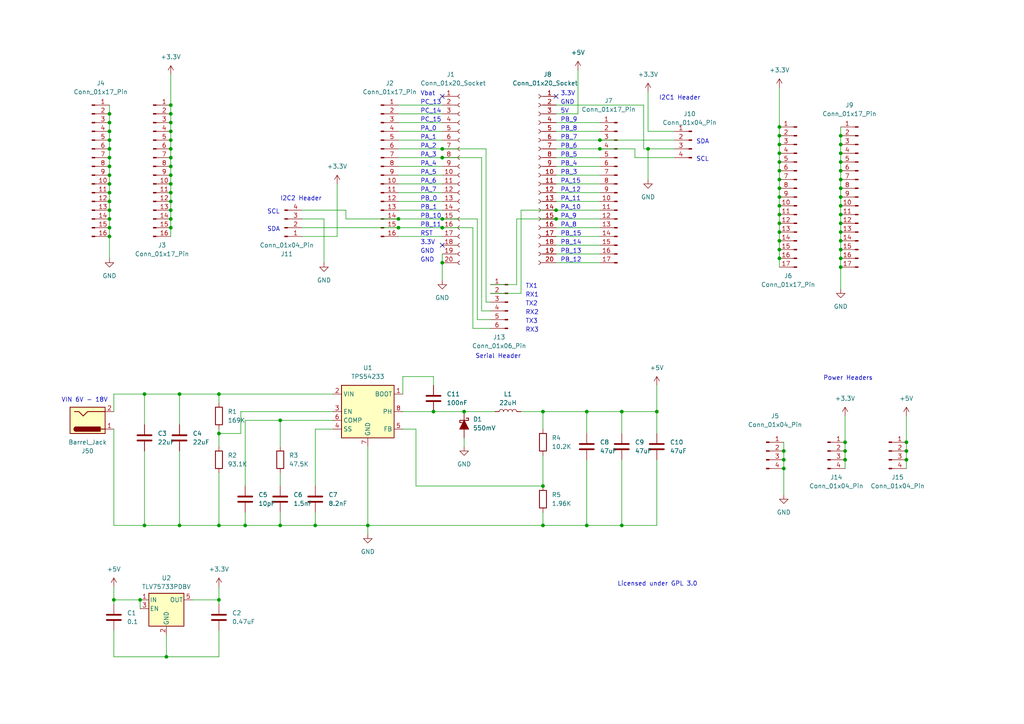
<source format=kicad_sch>
(kicad_sch (version 20230121) (generator eeschema)
  (paper "A4")
  (title_block (title "Bluepill Protoboard") (rev "1.0"))
  (lib_symbols
    (symbol "Connector:Barrel_Jack" (pin_names (offset 1.016))
      (property "Reference" "J" (at 0 5.334 0))
      (property "Value" "Barrel_Jack" (at 0 -5.08 0))
      (symbol "Barrel_Jack_0_1"
        (rectangle (start -5.08 3.81) (end 5.08 -3.81) (stroke (width 0.254)) (fill (type background)))
        (arc (start -3.302 3.175) (mid -3.9343 2.54) (end -3.302 1.905) (stroke (width 0.254)))
        (arc (start -3.302 3.175) (mid -3.9343 2.54) (end -3.302 1.905) (stroke (width 0.254)) (fill (type outline)))
        (polyline (pts (xy 5.08 2.54) (xy 3.81 2.54)) (stroke (width 0.254)))
        (polyline (pts (xy -3.81 -2.54) (xy -2.54 -2.54) (xy -1.27 -1.27) (xy 0 -2.54) (xy 2.54 -2.54) (xy 5.08 -2.54)) (stroke (width 0.254)))
        (rectangle (start 3.683 3.175) (end -3.302 1.905) (stroke (width 0.254)) (fill (type outline)))
      )
      (symbol "Barrel_Jack_1_1"
        (pin passive line (at 7.62 2.54 180) (length 2.54) (name "~") (number "1"))
        (pin passive line (at 7.62 -2.54 180) (length 2.54) (name "~") (number "2"))
      )
    )
    (symbol "Connector:Conn_01x04_Pin" (pin_names (offset 1.016) hide)
      (property "Reference" "J" (at 0 5.08 0))
      (property "Value" "Conn_01x04_Pin" (at 0 -7.62 0))
      (symbol "Conn_01x04_Pin_1_1"
        (polyline (pts (xy 1.27 -5.08) (xy 0.8636 -5.08)) (stroke (width 0.1524)))
        (polyline (pts (xy 1.27 -2.54) (xy 0.8636 -2.54)) (stroke (width 0.1524)))
        (polyline (pts (xy 1.27 0) (xy 0.8636 0)) (stroke (width 0.1524)))
        (polyline (pts (xy 1.27 2.54) (xy 0.8636 2.54)) (stroke (width 0.1524)))
        (rectangle (start 0.8636 -4.953) (end 0 -5.207) (stroke (width 0.1524)) (fill (type outline)))
        (rectangle (start 0.8636 -2.413) (end 0 -2.667) (stroke (width 0.1524)) (fill (type outline)))
        (rectangle (start 0.8636 0.127) (end 0 -0.127) (stroke (width 0.1524)) (fill (type outline)))
        (rectangle (start 0.8636 2.667) (end 0 2.413) (stroke (width 0.1524)) (fill (type outline)))
        (pin passive line (at 5.08 2.54 180) (length 3.81) (name "Pin_1") (number "1"))
        (pin passive line (at 5.08 0 180) (length 3.81) (name "Pin_2") (number "2"))
        (pin passive line (at 5.08 -2.54 180) (length 3.81) (name "Pin_3") (number "3"))
        (pin passive line (at 5.08 -5.08 180) (length 3.81) (name "Pin_4") (number "4"))
      )
    )
    (symbol "Connector:Conn_01x06_Pin" (pin_names (offset 1.016) hide)
      (property "Reference" "J" (at 0 7.62 0))
      (property "Value" "Conn_01x06_Pin" (at 0 -10.16 0))
      (symbol "Conn_01x06_Pin_1_1"
        (polyline (pts (xy 1.27 -7.62) (xy 0.8636 -7.62)) (stroke (width 0.1524)))
        (polyline (pts (xy 1.27 -5.08) (xy 0.8636 -5.08)) (stroke (width 0.1524)))
        (polyline (pts (xy 1.27 -2.54) (xy 0.8636 -2.54)) (stroke (width 0.1524)))
        (polyline (pts (xy 1.27 0) (xy 0.8636 0)) (stroke (width 0.1524)))
        (polyline (pts (xy 1.27 2.54) (xy 0.8636 2.54)) (stroke (width 0.1524)))
        (polyline (pts (xy 1.27 5.08) (xy 0.8636 5.08)) (stroke (width 0.1524)))
        (rectangle (start 0.8636 -7.493) (end 0 -7.747) (stroke (width 0.1524)) (fill (type outline)))
        (rectangle (start 0.8636 -4.953) (end 0 -5.207) (stroke (width 0.1524)) (fill (type outline)))
        (rectangle (start 0.8636 -2.413) (end 0 -2.667) (stroke (width 0.1524)) (fill (type outline)))
        (rectangle (start 0.8636 0.127) (end 0 -0.127) (stroke (width 0.1524)) (fill (type outline)))
        (rectangle (start 0.8636 2.667) (end 0 2.413) (stroke (width 0.1524)) (fill (type outline)))
        (rectangle (start 0.8636 5.207) (end 0 4.953) (stroke (width 0.1524)) (fill (type outline)))
        (pin passive line (at 5.08 5.08 180) (length 3.81) (name "Pin_1") (number "1"))
        (pin passive line (at 5.08 2.54 180) (length 3.81) (name "Pin_2") (number "2"))
        (pin passive line (at 5.08 0 180) (length 3.81) (name "Pin_3") (number "3"))
        (pin passive line (at 5.08 -2.54 180) (length 3.81) (name "Pin_4") (number "4"))
        (pin passive line (at 5.08 -5.08 180) (length 3.81) (name "Pin_5") (number "5"))
        (pin passive line (at 5.08 -7.62 180) (length 3.81) (name "Pin_6") (number "6"))
      )
    )
    (symbol "Connector:Conn_01x16_Pin" (pin_names (offset 1.016) hide)
      (property "Reference" "J" (at 0 20.32 0))
      (property "Value" "Conn_01x16_Pin" (at 0 -22.86 0))
      (symbol "Conn_01x16_Pin_1_1"
        (polyline (pts (xy 1.27 -20.32) (xy 0.8636 -20.32)) (stroke (width 0.1524)))
        (polyline (pts (xy 1.27 -17.78) (xy 0.8636 -17.78)) (stroke (width 0.1524)))
        (polyline (pts (xy 1.27 -15.24) (xy 0.8636 -15.24)) (stroke (width 0.1524)))
        (polyline (pts (xy 1.27 -12.7) (xy 0.8636 -12.7)) (stroke (width 0.1524)))
        (polyline (pts (xy 1.27 -10.16) (xy 0.8636 -10.16)) (stroke (width 0.1524)))
        (polyline (pts (xy 1.27 -7.62) (xy 0.8636 -7.62)) (stroke (width 0.1524)))
        (polyline (pts (xy 1.27 -5.08) (xy 0.8636 -5.08)) (stroke (width 0.1524)))
        (polyline (pts (xy 1.27 -2.54) (xy 0.8636 -2.54)) (stroke (width 0.1524)))
        (polyline (pts (xy 1.27 0) (xy 0.8636 0)) (stroke (width 0.1524)))
        (polyline (pts (xy 1.27 2.54) (xy 0.8636 2.54)) (stroke (width 0.1524)))
        (polyline (pts (xy 1.27 5.08) (xy 0.8636 5.08)) (stroke (width 0.1524)))
        (polyline (pts (xy 1.27 7.62) (xy 0.8636 7.62)) (stroke (width 0.1524)))
        (polyline (pts (xy 1.27 10.16) (xy 0.8636 10.16)) (stroke (width 0.1524)))
        (polyline (pts (xy 1.27 12.7) (xy 0.8636 12.7)) (stroke (width 0.1524)))
        (polyline (pts (xy 1.27 15.24) (xy 0.8636 15.24)) (stroke (width 0.1524)))
        (polyline (pts (xy 1.27 17.78) (xy 0.8636 17.78)) (stroke (width 0.1524)))
        (rectangle (start 0.8636 -20.193) (end 0 -20.447) (stroke (width 0.1524)) (fill (type outline)))
        (rectangle (start 0.8636 -17.653) (end 0 -17.907) (stroke (width 0.1524)) (fill (type outline)))
        (rectangle (start 0.8636 -15.113) (end 0 -15.367) (stroke (width 0.1524)) (fill (type outline)))
        (rectangle (start 0.8636 -12.573) (end 0 -12.827) (stroke (width 0.1524)) (fill (type outline)))
        (rectangle (start 0.8636 -10.033) (end 0 -10.287) (stroke (width 0.1524)) (fill (type outline)))
        (rectangle (start 0.8636 -7.493) (end 0 -7.747) (stroke (width 0.1524)) (fill (type outline)))
        (rectangle (start 0.8636 -4.953) (end 0 -5.207) (stroke (width 0.1524)) (fill (type outline)))
        (rectangle (start 0.8636 -2.413) (end 0 -2.667) (stroke (width 0.1524)) (fill (type outline)))
        (rectangle (start 0.8636 0.127) (end 0 -0.127) (stroke (width 0.1524)) (fill (type outline)))
        (rectangle (start 0.8636 2.667) (end 0 2.413) (stroke (width 0.1524)) (fill (type outline)))
        (rectangle (start 0.8636 5.207) (end 0 4.953) (stroke (width 0.1524)) (fill (type outline)))
        (rectangle (start 0.8636 7.747) (end 0 7.493) (stroke (width 0.1524)) (fill (type outline)))
        (rectangle (start 0.8636 10.287) (end 0 10.033) (stroke (width 0.1524)) (fill (type outline)))
        (rectangle (start 0.8636 12.827) (end 0 12.573) (stroke (width 0.1524)) (fill (type outline)))
        (rectangle (start 0.8636 15.367) (end 0 15.113) (stroke (width 0.1524)) (fill (type outline)))
        (rectangle (start 0.8636 17.907) (end 0 17.653) (stroke (width 0.1524)) (fill (type outline)))
        (pin passive line (at 5.08 17.78 180) (length 3.81) (name "Pin_1") (number "1"))
        (pin passive line (at 5.08 -5.08 180) (length 3.81) (name "Pin_10") (number "10"))
        (pin passive line (at 5.08 -7.62 180) (length 3.81) (name "Pin_11") (number "11"))
        (pin passive line (at 5.08 -10.16 180) (length 3.81) (name "Pin_12") (number "12"))
        (pin passive line (at 5.08 -12.7 180) (length 3.81) (name "Pin_13") (number "13"))
        (pin passive line (at 5.08 -15.24 180) (length 3.81) (name "Pin_14") (number "14"))
        (pin passive line (at 5.08 -17.78 180) (length 3.81) (name "Pin_15") (number "15"))
        (pin passive line (at 5.08 -20.32 180) (length 3.81) (name "Pin_16") (number "16"))
        (pin passive line (at 5.08 15.24 180) (length 3.81) (name "Pin_2") (number "2"))
        (pin passive line (at 5.08 12.7 180) (length 3.81) (name "Pin_3") (number "3"))
        (pin passive line (at 5.08 10.16 180) (length 3.81) (name "Pin_4") (number "4"))
        (pin passive line (at 5.08 7.62 180) (length 3.81) (name "Pin_5") (number "5"))
        (pin passive line (at 5.08 5.08 180) (length 3.81) (name "Pin_6") (number "6"))
        (pin passive line (at 5.08 2.54 180) (length 3.81) (name "Pin_7") (number "7"))
        (pin passive line (at 5.08 0 180) (length 3.81) (name "Pin_8") (number "8"))
        (pin passive line (at 5.08 -2.54 180) (length 3.81) (name "Pin_9") (number "9"))
      )
    )
    (symbol "Connector:Conn_01x17_Pin" (pin_names (offset 1.016) hide)
      (property "Reference" "J" (at 0 22.86 0))
      (property "Value" "Conn_01x17_Pin" (at 0 -22.86 0))
      (symbol "Conn_01x17_Pin_1_1"
        (polyline (pts (xy 1.27 -20.32) (xy 0.8636 -20.32)) (stroke (width 0.1524)))
        (polyline (pts (xy 1.27 -17.78) (xy 0.8636 -17.78)) (stroke (width 0.1524)))
        (polyline (pts (xy 1.27 -15.24) (xy 0.8636 -15.24)) (stroke (width 0.1524)))
        (polyline (pts (xy 1.27 -12.7) (xy 0.8636 -12.7)) (stroke (width 0.1524)))
        (polyline (pts (xy 1.27 -10.16) (xy 0.8636 -10.16)) (stroke (width 0.1524)))
        (polyline (pts (xy 1.27 -7.62) (xy 0.8636 -7.62)) (stroke (width 0.1524)))
        (polyline (pts (xy 1.27 -5.08) (xy 0.8636 -5.08)) (stroke (width 0.1524)))
        (polyline (pts (xy 1.27 -2.54) (xy 0.8636 -2.54)) (stroke (width 0.1524)))
        (polyline (pts (xy 1.27 0) (xy 0.8636 0)) (stroke (width 0.1524)))
        (polyline (pts (xy 1.27 2.54) (xy 0.8636 2.54)) (stroke (width 0.1524)))
        (polyline (pts (xy 1.27 5.08) (xy 0.8636 5.08)) (stroke (width 0.1524)))
        (polyline (pts (xy 1.27 7.62) (xy 0.8636 7.62)) (stroke (width 0.1524)))
        (polyline (pts (xy 1.27 10.16) (xy 0.8636 10.16)) (stroke (width 0.1524)))
        (polyline (pts (xy 1.27 12.7) (xy 0.8636 12.7)) (stroke (width 0.1524)))
        (polyline (pts (xy 1.27 15.24) (xy 0.8636 15.24)) (stroke (width 0.1524)))
        (polyline (pts (xy 1.27 17.78) (xy 0.8636 17.78)) (stroke (width 0.1524)))
        (polyline (pts (xy 1.27 20.32) (xy 0.8636 20.32)) (stroke (width 0.1524)))
        (rectangle (start 0.8636 -20.193) (end 0 -20.447) (stroke (width 0.1524)) (fill (type outline)))
        (rectangle (start 0.8636 -17.653) (end 0 -17.907) (stroke (width 0.1524)) (fill (type outline)))
        (rectangle (start 0.8636 -15.113) (end 0 -15.367) (stroke (width 0.1524)) (fill (type outline)))
        (rectangle (start 0.8636 -12.573) (end 0 -12.827) (stroke (width 0.1524)) (fill (type outline)))
        (rectangle (start 0.8636 -10.033) (end 0 -10.287) (stroke (width 0.1524)) (fill (type outline)))
        (rectangle (start 0.8636 -7.493) (end 0 -7.747) (stroke (width 0.1524)) (fill (type outline)))
        (rectangle (start 0.8636 -4.953) (end 0 -5.207) (stroke (width 0.1524)) (fill (type outline)))
        (rectangle (start 0.8636 -2.413) (end 0 -2.667) (stroke (width 0.1524)) (fill (type outline)))
        (rectangle (start 0.8636 0.127) (end 0 -0.127) (stroke (width 0.1524)) (fill (type outline)))
        (rectangle (start 0.8636 2.667) (end 0 2.413) (stroke (width 0.1524)) (fill (type outline)))
        (rectangle (start 0.8636 5.207) (end 0 4.953) (stroke (width 0.1524)) (fill (type outline)))
        (rectangle (start 0.8636 7.747) (end 0 7.493) (stroke (width 0.1524)) (fill (type outline)))
        (rectangle (start 0.8636 10.287) (end 0 10.033) (stroke (width 0.1524)) (fill (type outline)))
        (rectangle (start 0.8636 12.827) (end 0 12.573) (stroke (width 0.1524)) (fill (type outline)))
        (rectangle (start 0.8636 15.367) (end 0 15.113) (stroke (width 0.1524)) (fill (type outline)))
        (rectangle (start 0.8636 17.907) (end 0 17.653) (stroke (width 0.1524)) (fill (type outline)))
        (rectangle (start 0.8636 20.447) (end 0 20.193) (stroke (width 0.1524)) (fill (type outline)))
        (pin passive line (at 5.08 20.32 180) (length 3.81) (name "Pin_1") (number "1"))
        (pin passive line (at 5.08 -2.54 180) (length 3.81) (name "Pin_10") (number "10"))
        (pin passive line (at 5.08 -5.08 180) (length 3.81) (name "Pin_11") (number "11"))
        (pin passive line (at 5.08 -7.62 180) (length 3.81) (name "Pin_12") (number "12"))
        (pin passive line (at 5.08 -10.16 180) (length 3.81) (name "Pin_13") (number "13"))
        (pin passive line (at 5.08 -12.7 180) (length 3.81) (name "Pin_14") (number "14"))
        (pin passive line (at 5.08 -15.24 180) (length 3.81) (name "Pin_15") (number "15"))
        (pin passive line (at 5.08 -17.78 180) (length 3.81) (name "Pin_16") (number "16"))
        (pin passive line (at 5.08 -20.32 180) (length 3.81) (name "Pin_17") (number "17"))
        (pin passive line (at 5.08 17.78 180) (length 3.81) (name "Pin_2") (number "2"))
        (pin passive line (at 5.08 15.24 180) (length 3.81) (name "Pin_3") (number "3"))
        (pin passive line (at 5.08 12.7 180) (length 3.81) (name "Pin_4") (number "4"))
        (pin passive line (at 5.08 10.16 180) (length 3.81) (name "Pin_5") (number "5"))
        (pin passive line (at 5.08 7.62 180) (length 3.81) (name "Pin_6") (number "6"))
        (pin passive line (at 5.08 5.08 180) (length 3.81) (name "Pin_7") (number "7"))
        (pin passive line (at 5.08 2.54 180) (length 3.81) (name "Pin_8") (number "8"))
        (pin passive line (at 5.08 0 180) (length 3.81) (name "Pin_9") (number "9"))
      )
    )
    (symbol "Connector:Conn_01x20_Socket" (pin_names (offset 1.016) hide)
      (property "Reference" "J" (at 0 25.4 0))
      (property "Value" "Conn_01x20_Socket" (at 0 -27.94 0))
      (symbol "Conn_01x20_Socket_1_1"
        (arc (start 0 -24.892) (mid -0.5058 -25.4) (end 0 -25.908) (stroke (width 0.1524)))
        (arc (start 0 -22.352) (mid -0.5058 -22.86) (end 0 -23.368) (stroke (width 0.1524)))
        (arc (start 0 -19.812) (mid -0.5058 -20.32) (end 0 -20.828) (stroke (width 0.1524)))
        (arc (start 0 -17.272) (mid -0.5058 -17.78) (end 0 -18.288) (stroke (width 0.1524)))
        (arc (start 0 -14.732) (mid -0.5058 -15.24) (end 0 -15.748) (stroke (width 0.1524)))
        (arc (start 0 -12.192) (mid -0.5058 -12.7) (end 0 -13.208) (stroke (width 0.1524)))
        (arc (start 0 -9.652) (mid -0.5058 -10.16) (end 0 -10.668) (stroke (width 0.1524)))
        (arc (start 0 -7.112) (mid -0.5058 -7.62) (end 0 -8.128) (stroke (width 0.1524)))
        (arc (start 0 -4.572) (mid -0.5058 -5.08) (end 0 -5.588) (stroke (width 0.1524)))
        (arc (start 0 -2.032) (mid -0.5058 -2.54) (end 0 -3.048) (stroke (width 0.1524)))
        (polyline (pts (xy -1.27 -25.4) (xy -0.508 -25.4)) (stroke (width 0.1524)))
        (polyline (pts (xy -1.27 -22.86) (xy -0.508 -22.86)) (stroke (width 0.1524)))
        (polyline (pts (xy -1.27 -20.32) (xy -0.508 -20.32)) (stroke (width 0.1524)))
        (polyline (pts (xy -1.27 -17.78) (xy -0.508 -17.78)) (stroke (width 0.1524)))
        (polyline (pts (xy -1.27 -15.24) (xy -0.508 -15.24)) (stroke (width 0.1524)))
        (polyline (pts (xy -1.27 -12.7) (xy -0.508 -12.7)) (stroke (width 0.1524)))
        (polyline (pts (xy -1.27 -10.16) (xy -0.508 -10.16)) (stroke (width 0.1524)))
        (polyline (pts (xy -1.27 -7.62) (xy -0.508 -7.62)) (stroke (width 0.1524)))
        (polyline (pts (xy -1.27 -5.08) (xy -0.508 -5.08)) (stroke (width 0.1524)))
        (polyline (pts (xy -1.27 -2.54) (xy -0.508 -2.54)) (stroke (width 0.1524)))
        (polyline (pts (xy -1.27 0) (xy -0.508 0)) (stroke (width 0.1524)))
        (polyline (pts (xy -1.27 2.54) (xy -0.508 2.54)) (stroke (width 0.1524)))
        (polyline (pts (xy -1.27 5.08) (xy -0.508 5.08)) (stroke (width 0.1524)))
        (polyline (pts (xy -1.27 7.62) (xy -0.508 7.62)) (stroke (width 0.1524)))
        (polyline (pts (xy -1.27 10.16) (xy -0.508 10.16)) (stroke (width 0.1524)))
        (polyline (pts (xy -1.27 12.7) (xy -0.508 12.7)) (stroke (width 0.1524)))
        (polyline (pts (xy -1.27 15.24) (xy -0.508 15.24)) (stroke (width 0.1524)))
        (polyline (pts (xy -1.27 17.78) (xy -0.508 17.78)) (stroke (width 0.1524)))
        (polyline (pts (xy -1.27 20.32) (xy -0.508 20.32)) (stroke (width 0.1524)))
        (polyline (pts (xy -1.27 22.86) (xy -0.508 22.86)) (stroke (width 0.1524)))
        (arc (start 0 0.508) (mid -0.5058 0) (end 0 -0.508) (stroke (width 0.1524)))
        (arc (start 0 3.048) (mid -0.5058 2.54) (end 0 2.032) (stroke (width 0.1524)))
        (arc (start 0 5.588) (mid -0.5058 5.08) (end 0 4.572) (stroke (width 0.1524)))
        (arc (start 0 8.128) (mid -0.5058 7.62) (end 0 7.112) (stroke (width 0.1524)))
        (arc (start 0 10.668) (mid -0.5058 10.16) (end 0 9.652) (stroke (width 0.1524)))
        (arc (start 0 13.208) (mid -0.5058 12.7) (end 0 12.192) (stroke (width 0.1524)))
        (arc (start 0 15.748) (mid -0.5058 15.24) (end 0 14.732) (stroke (width 0.1524)))
        (arc (start 0 18.288) (mid -0.5058 17.78) (end 0 17.272) (stroke (width 0.1524)))
        (arc (start 0 20.828) (mid -0.5058 20.32) (end 0 19.812) (stroke (width 0.1524)))
        (arc (start 0 23.368) (mid -0.5058 22.86) (end 0 22.352) (stroke (width 0.1524)))
        (pin passive line (at -5.08 22.86 0) (length 3.81) (name "Pin_1") (number "1"))
        (pin passive line (at -5.08 0 0) (length 3.81) (name "Pin_10") (number "10"))
        (pin passive line (at -5.08 -2.54 0) (length 3.81) (name "Pin_11") (number "11"))
        (pin passive line (at -5.08 -5.08 0) (length 3.81) (name "Pin_12") (number "12"))
        (pin passive line (at -5.08 -7.62 0) (length 3.81) (name "Pin_13") (number "13"))
        (pin passive line (at -5.08 -10.16 0) (length 3.81) (name "Pin_14") (number "14"))
        (pin passive line (at -5.08 -12.7 0) (length 3.81) (name "Pin_15") (number "15"))
        (pin passive line (at -5.08 -15.24 0) (length 3.81) (name "Pin_16") (number "16"))
        (pin passive line (at -5.08 -17.78 0) (length 3.81) (name "Pin_17") (number "17"))
        (pin passive line (at -5.08 -20.32 0) (length 3.81) (name "Pin_18") (number "18"))
        (pin passive line (at -5.08 -22.86 0) (length 3.81) (name "Pin_19") (number "19"))
        (pin passive line (at -5.08 20.32 0) (length 3.81) (name "Pin_2") (number "2"))
        (pin passive line (at -5.08 -25.4 0) (length 3.81) (name "Pin_20") (number "20"))
        (pin passive line (at -5.08 17.78 0) (length 3.81) (name "Pin_3") (number "3"))
        (pin passive line (at -5.08 15.24 0) (length 3.81) (name "Pin_4") (number "4"))
        (pin passive line (at -5.08 12.7 0) (length 3.81) (name "Pin_5") (number "5"))
        (pin passive line (at -5.08 10.16 0) (length 3.81) (name "Pin_6") (number "6"))
        (pin passive line (at -5.08 7.62 0) (length 3.81) (name "Pin_7") (number "7"))
        (pin passive line (at -5.08 5.08 0) (length 3.81) (name "Pin_8") (number "8"))
        (pin passive line (at -5.08 2.54 0) (length 3.81) (name "Pin_9") (number "9"))
      )
    )
    (symbol "Device:C" (pin_numbers hide) (pin_names (offset 0.254))
      (property "Reference" "C" (at 0.635 2.54 0))
      (property "Value" "C" (at 0.635 -2.54 0))
      (symbol "C_0_1"
        (polyline (pts (xy -2.032 -0.762) (xy 2.032 -0.762)) (stroke (width 0.508)))
        (polyline (pts (xy -2.032 0.762) (xy 2.032 0.762)) (stroke (width 0.508)))
      )
      (symbol "C_1_1"
        (pin passive line (at 0 3.81 270) (length 2.794) (name "~") (number "1"))
        (pin passive line (at 0 -3.81 90) (length 2.794) (name "~") (number "2"))
      )
    )
    (symbol "Device:D_Schottky_Filled" (pin_numbers hide) (pin_names (offset 1.016) hide)
      (property "Reference" "D" (at 0 2.54 0))
      (property "Value" "D_Schottky_Filled" (at 0 -2.54 0))
      (symbol "D_Schottky_Filled_0_1"
        (polyline (pts (xy 1.27 0) (xy -1.27 0)))
        (polyline (pts (xy 1.27 1.27) (xy 1.27 -1.27) (xy -1.27 0) (xy 1.27 1.27)) (stroke (width 0.254)) (fill (type outline)))
        (polyline (pts (xy -1.905 0.635) (xy -1.905 1.27) (xy -1.27 1.27) (xy -1.27 -1.27) (xy -0.635 -1.27) (xy -0.635 -0.635)) (stroke (width 0.254)))
      )
      (symbol "D_Schottky_Filled_1_1"
        (pin passive line (at -3.81 0 0) (length 2.54) (name "K") (number "1"))
        (pin passive line (at 3.81 0 180) (length 2.54) (name "A") (number "2"))
      )
    )
    (symbol "Device:L" (pin_numbers hide) (pin_names (offset 1.016) hide)
      (property "Reference" "L" (at -1.27 0 90))
      (property "Value" "L" (at 1.905 0 90))
      (symbol "L_0_1"
        (arc (start 0 -2.54) (mid 0.6323 -1.905) (end 0 -1.27))
        (arc (start 0 -1.27) (mid 0.6323 -0.635) (end 0 0))
        (arc (start 0 0) (mid 0.6323 0.635) (end 0 1.27))
        (arc (start 0 1.27) (mid 0.6323 1.905) (end 0 2.54))
      )
      (symbol "L_1_1"
        (pin passive line (at 0 3.81 270) (length 1.27) (name "1") (number "1"))
        (pin passive line (at 0 -3.81 90) (length 1.27) (name "2") (number "2"))
      )
    )
    (symbol "Device:R" (pin_numbers hide) (pin_names (offset 0))
      (property "Reference" "R" (at 2.032 0 90))
      (property "Value" "R" (at 0 0 90))
      (symbol "R_0_1"
        (rectangle (start -1.016 -2.54) (end 1.016 2.54) (stroke (width 0.254)))
      )
      (symbol "R_1_1"
        (pin passive line (at 0 3.81 270) (length 1.27) (name "~") (number "1"))
        (pin passive line (at 0 -3.81 90) (length 1.27) (name "~") (number "2"))
      )
    )
    (symbol "Regulator_Linear:TLV75733PDBV" (pin_names (offset 0.254))
      (property "Reference" "U" (at -3.81 5.715 0))
      (property "Value" "TLV75733PDBV" (at 0 5.715 0))
      (symbol "TLV75733PDBV_0_1"
        (rectangle (start -5.08 4.445) (end 5.08 -5.08) (stroke (width 0.254)) (fill (type background)))
      )
      (symbol "TLV75733PDBV_1_1"
        (pin power_in line (at -7.62 2.54 0) (length 2.54) (name "IN") (number "1"))
        (pin power_in line (at 0 -7.62 90) (length 2.54) (name "GND") (number "2"))
        (pin input line (at -7.62 0 0) (length 2.54) (name "EN") (number "3"))
        (pin no_connect line (at 5.08 0 180) (length 2.54) hide (name "NC") (number "4"))
        (pin power_out line (at 7.62 2.54 180) (length 2.54) (name "OUT") (number "5"))
      )
    )
    (symbol "Regulator_Switching:TPS54233"
      (property "Reference" "U" (at 0 11.43 0))
      (property "Value" "TPS54233" (at 0 8.89 0))
      (symbol "TPS54233_1_1"
        (rectangle (start -7.62 7.62) (end 7.62 -7.62) (stroke (width 0.254)) (fill (type background)))
        (pin input line (at 10.16 5.08 180) (length 2.54) (name "BOOT") (number "1"))
        (pin power_in line (at -10.16 5.08 0) (length 2.54) (name "VIN") (number "2"))
        (pin input line (at -10.16 0 0) (length 2.54) (name "EN") (number "3"))
        (pin input line (at -10.16 -5.08 0) (length 2.54) (name "SS") (number "4"))
        (pin input line (at 10.16 -5.08 180) (length 2.54) (name "FB") (number "5"))
        (pin passive line (at -10.16 -2.54 0) (length 2.54) (name "COMP") (number "6"))
        (pin power_in line (at 0 -10.16 90) (length 2.54) (name "GND") (number "7"))
        (pin output line (at 10.16 0 180) (length 2.54) (name "PH") (number "8"))
      )
    )
    (symbol "power:+3.3V" (power) (pin_names (offset 0))
      (property "Value" "+3.3V" (at 0 3.556 0))
      (symbol "+3.3V_0_1"
        (polyline (pts (xy -0.762 1.27) (xy 0 2.54)))
        (polyline (pts (xy 0 0) (xy 0 2.54)))
        (polyline (pts (xy 0 2.54) (xy 0.762 1.27)))
      )
      (symbol "+3.3V_1_1"
        (pin power_in line (at 0 0 90) (length 0) hide (name "+3.3V") (number "1"))
      )
    )
    (symbol "power:+5V" (power) (pin_names (offset 0))
      (property "Value" "+5V" (at 0 3.556 0))
      (symbol "+5V_0_1"
        (polyline (pts (xy -0.762 1.27) (xy 0 2.54)))
        (polyline (pts (xy 0 0) (xy 0 2.54)))
        (polyline (pts (xy 0 2.54) (xy 0.762 1.27)))
      )
      (symbol "+5V_1_1"
        (pin power_in line (at 0 0 90) (length 0) hide (name "+5V") (number "1"))
      )
    )
    (symbol "power:GND" (power) (pin_names (offset 0))
      (property "Value" "GND" (at 0 -3.81 0))
      (symbol "GND_0_1"
        (polyline (pts (xy 0 0) (xy 0 -1.27) (xy 1.27 -1.27) (xy 0 -2.54) (xy -1.27 -1.27) (xy 0 -1.27)))
      )
      (symbol "GND_1_1"
        (pin power_in line (at 0 0 270) (length 0) hide (name "GND") (number "1"))
      )
    )
  )
  (junction (at 243.84 46.99))
  (junction (at 226.06 36.83))
  (junction (at 49.53 43.18))
  (junction (at 243.84 52.07))
  (junction (at 227.33 135.89))
  (junction (at 243.84 59.69))
  (junction (at 243.84 39.37))
  (junction (at 52.07 152.4))
  (junction (at 128.27 76.2))
  (junction (at 226.06 62.23))
  (junction (at 31.75 48.26))
  (junction (at 227.33 130.81))
  (junction (at 31.75 38.1))
  (junction (at 128.27 43.18))
  (junction (at 128.27 63.5))
  (junction (at 243.84 57.15))
  (junction (at 31.75 45.72))
  (junction (at 63.5 152.4))
  (junction (at 245.11 130.81))
  (junction (at 41.91 114.3))
  (junction (at 226.06 54.61))
  (junction (at 243.84 41.91))
  (junction (at 63.5 114.3))
  (junction (at 226.06 67.31))
  (junction (at 49.53 55.88))
  (junction (at 180.34 152.4))
  (junction (at 157.48 140.97))
  (junction (at 243.84 74.93))
  (junction (at 190.5 119.38))
  (junction (at 226.06 64.77))
  (junction (at 226.06 41.91))
  (junction (at 226.06 69.85))
  (junction (at 91.44 152.4))
  (junction (at 226.06 72.39))
  (junction (at 243.84 54.61))
  (junction (at 41.91 152.4))
  (junction (at 81.28 152.4))
  (junction (at 115.57 66.04))
  (junction (at 49.53 45.72))
  (junction (at 49.53 53.34))
  (junction (at 128.27 66.04))
  (junction (at 226.06 74.93))
  (junction (at 243.84 72.39))
  (junction (at 161.29 63.5))
  (junction (at 245.11 128.27))
  (junction (at 180.34 119.38))
  (junction (at 243.84 49.53))
  (junction (at 31.75 33.02))
  (junction (at 226.06 44.45))
  (junction (at 49.53 30.48))
  (junction (at 134.62 119.38))
  (junction (at 262.89 133.35))
  (junction (at 243.84 69.85))
  (junction (at 49.53 58.42))
  (junction (at 161.29 60.96))
  (junction (at 173.99 43.18))
  (junction (at 71.12 152.4))
  (junction (at 170.18 152.4))
  (junction (at 262.89 128.27))
  (junction (at 40.64 173.99))
  (junction (at 49.53 50.8))
  (junction (at 262.89 130.81))
  (junction (at 49.53 60.96))
  (junction (at 48.26 190.5))
  (junction (at 33.02 173.99))
  (junction (at 243.84 62.23))
  (junction (at 63.5 173.99))
  (junction (at 31.75 40.64))
  (junction (at 226.06 49.53))
  (junction (at 31.75 53.34))
  (junction (at 106.68 152.4))
  (junction (at 31.75 35.56))
  (junction (at 243.84 77.47))
  (junction (at 227.33 133.35))
  (junction (at 125.73 119.38))
  (junction (at 157.48 119.38))
  (junction (at 31.75 55.88))
  (junction (at 226.06 57.15))
  (junction (at 243.84 64.77))
  (junction (at 157.48 152.4))
  (junction (at 226.06 59.69))
  (junction (at 31.75 58.42))
  (junction (at 31.75 60.96))
  (junction (at 81.28 121.92))
  (junction (at 63.5 125.73))
  (junction (at 49.53 63.5))
  (junction (at 245.11 133.35))
  (junction (at 31.75 66.04))
  (junction (at 243.84 67.31))
  (junction (at 128.27 45.72))
  (junction (at 31.75 50.8))
  (junction (at 49.53 48.26))
  (junction (at 31.75 43.18))
  (junction (at 49.53 38.1))
  (junction (at 49.53 66.04))
  (junction (at 49.53 35.56))
  (junction (at 49.53 40.64))
  (junction (at 49.53 33.02))
  (junction (at 170.18 119.38))
  (junction (at 226.06 46.99))
  (junction (at 115.57 63.5))
  (junction (at 226.06 52.07))
  (junction (at 187.96 43.18))
  (junction (at 243.84 44.45))
  (junction (at 173.99 40.64))
  (junction (at 52.07 114.3))
  (junction (at 226.06 39.37))
  (junction (at 31.75 63.5))
  (junction (at 31.75 68.58))
  (no_connect (at 128.27 27.94))
  (no_connect (at 128.27 71.12))
  (no_connect (at 161.29 27.94))
  (wire (pts (xy 115.57 45.72) (xy 128.27 45.72)))
  (wire (pts (xy 87.63 66.04) (xy 115.57 66.04)))
  (wire (pts (xy 226.06 36.83) (xy 226.06 39.37)))
  (wire (pts (xy 243.84 36.83) (xy 243.84 39.37)))
  (wire (pts (xy 116.84 109.22) (xy 116.84 114.3)))
  (wire (pts (xy 31.75 30.48) (xy 31.75 33.02)))
  (wire (pts (xy 142.24 95.25) (xy 137.16 95.25)))
  (wire (pts (xy 52.07 114.3) (xy 41.91 114.3)))
  (wire (pts (xy 134.62 127) (xy 134.62 129.54)))
  (wire (pts (xy 173.99 40.64) (xy 195.58 40.64)))
  (wire (pts (xy 137.16 95.25) (xy 137.16 66.04)))
  (wire (pts (xy 49.53 63.5) (xy 49.53 66.04)))
  (wire (pts (xy 52.07 114.3) (xy 52.07 123.19)))
  (wire (pts (xy 262.89 130.81) (xy 262.89 133.35)))
  (wire (pts (xy 195.58 45.72) (xy 184.15 45.72)))
  (wire (pts (xy 69.85 119.38) (xy 69.85 125.73)))
  (wire (pts (xy 49.53 53.34) (xy 49.53 55.88)))
  (wire (pts (xy 161.29 76.2) (xy 173.99 76.2)))
  (wire (pts (xy 243.84 67.31) (xy 243.84 69.85)))
  (wire (pts (xy 33.02 190.5) (xy 48.26 190.5)))
  (wire (pts (xy 33.02 173.99) (xy 33.02 175.26)))
  (wire (pts (xy 139.7 45.72) (xy 128.27 45.72)))
  (wire (pts (xy 151.13 60.96) (xy 161.29 60.96)))
  (wire (pts (xy 226.06 67.31) (xy 226.06 69.85)))
  (wire (pts (xy 87.63 68.58) (xy 97.79 68.58)))
  (wire (pts (xy 120.65 140.97) (xy 157.48 140.97)))
  (wire (pts (xy 31.75 45.72) (xy 31.75 48.26)))
  (wire (pts (xy 142.24 92.71) (xy 138.43 92.71)))
  (wire (pts (xy 161.29 38.1) (xy 173.99 38.1)))
  (wire (pts (xy 106.68 152.4) (xy 91.44 152.4)))
  (wire (pts (xy 243.84 74.93) (xy 243.84 77.47)))
  (wire (pts (xy 161.29 50.8) (xy 173.99 50.8)))
  (wire (pts (xy 106.68 152.4) (xy 157.48 152.4)))
  (wire (pts (xy 33.02 170.18) (xy 33.02 173.99)))
  (wire (pts (xy 33.02 182.88) (xy 33.02 190.5)))
  (wire (pts (xy 115.57 35.56) (xy 128.27 35.56)))
  (wire (pts (xy 187.96 43.18) (xy 195.58 43.18)))
  (wire (pts (xy 81.28 152.4) (xy 71.12 152.4)))
  (wire (pts (xy 180.34 119.38) (xy 190.5 119.38)))
  (wire (pts (xy 91.44 140.97) (xy 91.44 124.46)))
  (wire (pts (xy 31.75 58.42) (xy 31.75 60.96)))
  (wire (pts (xy 31.75 33.02) (xy 31.75 35.56)))
  (wire (pts (xy 161.29 73.66) (xy 173.99 73.66)))
  (wire (pts (xy 243.84 49.53) (xy 243.84 52.07)))
  (wire (pts (xy 243.84 44.45) (xy 243.84 46.99)))
  (wire (pts (xy 63.5 173.99) (xy 63.5 175.26)))
  (wire (pts (xy 134.62 119.38) (xy 143.51 119.38)))
  (wire (pts (xy 161.29 30.48) (xy 186.69 30.48)))
  (wire (pts (xy 49.53 55.88) (xy 49.53 58.42)))
  (wire (pts (xy 96.52 114.3) (xy 63.5 114.3)))
  (wire (pts (xy 243.84 46.99) (xy 243.84 49.53)))
  (wire (pts (xy 63.5 152.4) (xy 52.07 152.4)))
  (wire (pts (xy 226.06 44.45) (xy 226.06 46.99)))
  (wire (pts (xy 115.57 33.02) (xy 128.27 33.02)))
  (wire (pts (xy 125.73 111.76) (xy 125.73 109.22)))
  (wire (pts (xy 190.5 111.76) (xy 190.5 119.38)))
  (wire (pts (xy 49.53 38.1) (xy 49.53 40.64)))
  (wire (pts (xy 31.75 53.34) (xy 31.75 55.88)))
  (wire (pts (xy 115.57 40.64) (xy 128.27 40.64)))
  (wire (pts (xy 243.84 59.69) (xy 243.84 62.23)))
  (wire (pts (xy 115.57 60.96) (xy 128.27 60.96)))
  (wire (pts (xy 138.43 92.71) (xy 138.43 63.5)))
  (wire (pts (xy 115.57 43.18) (xy 128.27 43.18)))
  (wire (pts (xy 49.53 21.59) (xy 49.53 30.48)))
  (wire (pts (xy 226.06 41.91) (xy 226.06 44.45)))
  (wire (pts (xy 41.91 114.3) (xy 41.91 123.19)))
  (wire (pts (xy 161.29 66.04) (xy 173.99 66.04)))
  (wire (pts (xy 87.63 60.96) (xy 100.33 60.96)))
  (wire (pts (xy 97.79 68.58) (xy 97.79 53.34)))
  (wire (pts (xy 226.06 69.85) (xy 226.06 72.39)))
  (wire (pts (xy 226.06 59.69) (xy 226.06 62.23)))
  (wire (pts (xy 81.28 148.59) (xy 81.28 152.4)))
  (wire (pts (xy 151.13 119.38) (xy 157.48 119.38)))
  (wire (pts (xy 245.11 133.35) (xy 245.11 135.89)))
  (wire (pts (xy 184.15 45.72) (xy 184.15 43.18)))
  (wire (pts (xy 115.57 38.1) (xy 128.27 38.1)))
  (wire (pts (xy 161.29 60.96) (xy 173.99 60.96)))
  (wire (pts (xy 33.02 114.3) (xy 33.02 119.38)))
  (wire (pts (xy 52.07 130.81) (xy 52.07 152.4)))
  (wire (pts (xy 49.53 58.42) (xy 49.53 60.96)))
  (wire (pts (xy 227.33 128.27) (xy 227.33 130.81)))
  (wire (pts (xy 180.34 133.35) (xy 180.34 152.4)))
  (wire (pts (xy 115.57 30.48) (xy 128.27 30.48)))
  (wire (pts (xy 170.18 152.4) (xy 157.48 152.4)))
  (wire (pts (xy 49.53 43.18) (xy 49.53 45.72)))
  (wire (pts (xy 161.29 58.42) (xy 173.99 58.42)))
  (wire (pts (xy 161.29 43.18) (xy 173.99 43.18)))
  (wire (pts (xy 243.84 69.85) (xy 243.84 72.39)))
  (wire (pts (xy 262.89 133.35) (xy 262.89 135.89)))
  (wire (pts (xy 138.43 63.5) (xy 128.27 63.5)))
  (wire (pts (xy 63.5 125.73) (xy 69.85 125.73)))
  (wire (pts (xy 63.5 125.73) (xy 63.5 129.54)))
  (wire (pts (xy 227.33 130.81) (xy 227.33 133.35)))
  (wire (pts (xy 226.06 46.99) (xy 226.06 49.53)))
  (wire (pts (xy 226.06 54.61) (xy 226.06 57.15)))
  (wire (pts (xy 128.27 76.2) (xy 128.27 81.28)))
  (wire (pts (xy 149.86 63.5) (xy 161.29 63.5)))
  (wire (pts (xy 187.96 43.18) (xy 187.96 52.07)))
  (wire (pts (xy 31.75 68.58) (xy 31.75 74.93)))
  (wire (pts (xy 226.06 64.77) (xy 226.06 67.31)))
  (wire (pts (xy 243.84 54.61) (xy 243.84 57.15)))
  (wire (pts (xy 227.33 135.89) (xy 227.33 143.51)))
  (wire (pts (xy 186.69 30.48) (xy 186.69 43.18)))
  (wire (pts (xy 49.53 45.72) (xy 49.53 48.26)))
  (wire (pts (xy 31.75 55.88) (xy 31.75 58.42)))
  (wire (pts (xy 106.68 129.54) (xy 106.68 152.4)))
  (wire (pts (xy 161.29 63.5) (xy 173.99 63.5)))
  (wire (pts (xy 161.29 33.02) (xy 167.64 33.02)))
  (wire (pts (xy 31.75 43.18) (xy 31.75 45.72)))
  (wire (pts (xy 170.18 119.38) (xy 180.34 119.38)))
  (wire (pts (xy 115.57 53.34) (xy 128.27 53.34)))
  (wire (pts (xy 149.86 82.55) (xy 149.86 63.5)))
  (wire (pts (xy 115.57 58.42) (xy 128.27 58.42)))
  (wire (pts (xy 226.06 62.23) (xy 226.06 64.77)))
  (wire (pts (xy 100.33 63.5) (xy 115.57 63.5)))
  (wire (pts (xy 226.06 74.93) (xy 226.06 77.47)))
  (wire (pts (xy 190.5 133.35) (xy 190.5 152.4)))
  (wire (pts (xy 41.91 114.3) (xy 33.02 114.3)))
  (wire (pts (xy 167.64 33.02) (xy 167.64 20.32)))
  (wire (pts (xy 243.84 72.39) (xy 243.84 74.93)))
  (wire (pts (xy 139.7 90.17) (xy 139.7 45.72)))
  (wire (pts (xy 157.48 119.38) (xy 170.18 119.38)))
  (wire (pts (xy 91.44 124.46) (xy 96.52 124.46)))
  (wire (pts (xy 262.89 128.27) (xy 262.89 130.81)))
  (wire (pts (xy 91.44 152.4) (xy 81.28 152.4)))
  (wire (pts (xy 63.5 114.3) (xy 52.07 114.3)))
  (wire (pts (xy 31.75 48.26) (xy 31.75 50.8)))
  (wire (pts (xy 115.57 50.8) (xy 128.27 50.8)))
  (wire (pts (xy 161.29 45.72) (xy 173.99 45.72)))
  (wire (pts (xy 157.48 148.59) (xy 157.48 152.4)))
  (wire (pts (xy 91.44 148.59) (xy 91.44 152.4)))
  (wire (pts (xy 161.29 53.34) (xy 173.99 53.34)))
  (wire (pts (xy 245.11 128.27) (xy 245.11 130.81)))
  (wire (pts (xy 161.29 71.12) (xy 173.99 71.12)))
  (wire (pts (xy 40.64 173.99) (xy 33.02 173.99)))
  (wire (pts (xy 49.53 50.8) (xy 49.53 53.34)))
  (wire (pts (xy 142.24 87.63) (xy 140.97 87.63)))
  (wire (pts (xy 161.29 48.26) (xy 173.99 48.26)))
  (wire (pts (xy 161.29 35.56) (xy 173.99 35.56)))
  (wire (pts (xy 243.84 77.47) (xy 243.84 83.82)))
  (wire (pts (xy 226.06 52.07) (xy 226.06 54.61)))
  (wire (pts (xy 243.84 57.15) (xy 243.84 59.69)))
  (wire (pts (xy 226.06 25.4) (xy 226.06 36.83)))
  (wire (pts (xy 71.12 121.92) (xy 71.12 140.97)))
  (wire (pts (xy 243.84 41.91) (xy 243.84 44.45)))
  (wire (pts (xy 115.57 68.58) (xy 128.27 68.58)))
  (wire (pts (xy 63.5 182.88) (xy 63.5 190.5)))
  (wire (pts (xy 96.52 119.38) (xy 69.85 119.38)))
  (wire (pts (xy 100.33 60.96) (xy 100.33 63.5)))
  (wire (pts (xy 125.73 119.38) (xy 134.62 119.38)))
  (wire (pts (xy 115.57 63.5) (xy 128.27 63.5)))
  (wire (pts (xy 142.24 90.17) (xy 139.7 90.17)))
  (wire (pts (xy 41.91 130.81) (xy 41.91 152.4)))
  (wire (pts (xy 106.68 152.4) (xy 106.68 154.94)))
  (wire (pts (xy 226.06 49.53) (xy 226.06 52.07)))
  (wire (pts (xy 115.57 66.04) (xy 128.27 66.04)))
  (wire (pts (xy 63.5 124.46) (xy 63.5 125.73)))
  (wire (pts (xy 120.65 124.46) (xy 120.65 140.97)))
  (wire (pts (xy 128.27 66.04) (xy 137.16 66.04)))
  (wire (pts (xy 63.5 170.18) (xy 63.5 173.99)))
  (wire (pts (xy 226.06 39.37) (xy 226.06 41.91)))
  (wire (pts (xy 243.84 64.77) (xy 243.84 67.31)))
  (wire (pts (xy 142.24 82.55) (xy 149.86 82.55)))
  (wire (pts (xy 190.5 152.4) (xy 180.34 152.4)))
  (wire (pts (xy 31.75 35.56) (xy 31.75 38.1)))
  (wire (pts (xy 31.75 40.64) (xy 31.75 43.18)))
  (wire (pts (xy 170.18 125.73) (xy 170.18 119.38)))
  (wire (pts (xy 151.13 85.09) (xy 151.13 60.96)))
  (wire (pts (xy 243.84 52.07) (xy 243.84 54.61)))
  (wire (pts (xy 49.53 30.48) (xy 49.53 33.02)))
  (wire (pts (xy 115.57 48.26) (xy 128.27 48.26)))
  (wire (pts (xy 116.84 124.46) (xy 120.65 124.46)))
  (wire (pts (xy 31.75 60.96) (xy 31.75 63.5)))
  (wire (pts (xy 125.73 109.22) (xy 116.84 109.22)))
  (wire (pts (xy 227.33 133.35) (xy 227.33 135.89)))
  (wire (pts (xy 31.75 50.8) (xy 31.75 53.34)))
  (wire (pts (xy 157.48 119.38) (xy 157.48 124.46)))
  (wire (pts (xy 31.75 63.5) (xy 31.75 66.04)))
  (wire (pts (xy 243.84 39.37) (xy 243.84 41.91)))
  (wire (pts (xy 93.98 63.5) (xy 93.98 76.2)))
  (wire (pts (xy 245.11 120.65) (xy 245.11 128.27)))
  (wire (pts (xy 41.91 152.4) (xy 33.02 152.4)))
  (wire (pts (xy 140.97 43.18) (xy 128.27 43.18)))
  (wire (pts (xy 63.5 137.16) (xy 63.5 152.4)))
  (wire (pts (xy 49.53 66.04) (xy 49.53 68.58)))
  (wire (pts (xy 186.69 43.18) (xy 187.96 43.18)))
  (wire (pts (xy 81.28 121.92) (xy 81.28 129.54)))
  (wire (pts (xy 262.89 120.65) (xy 262.89 128.27)))
  (wire (pts (xy 40.64 173.99) (xy 40.64 176.53)))
  (wire (pts (xy 48.26 190.5) (xy 63.5 190.5)))
  (wire (pts (xy 245.11 130.81) (xy 245.11 133.35)))
  (wire (pts (xy 87.63 63.5) (xy 93.98 63.5)))
  (wire (pts (xy 71.12 148.59) (xy 71.12 152.4)))
  (wire (pts (xy 140.97 87.63) (xy 140.97 43.18)))
  (wire (pts (xy 226.06 72.39) (xy 226.06 74.93)))
  (wire (pts (xy 33.02 152.4) (xy 33.02 124.46)))
  (wire (pts (xy 157.48 132.08) (xy 157.48 140.97)))
  (wire (pts (xy 161.29 40.64) (xy 173.99 40.64)))
  (wire (pts (xy 180.34 119.38) (xy 180.34 125.73)))
  (wire (pts (xy 52.07 152.4) (xy 41.91 152.4)))
  (wire (pts (xy 190.5 125.73) (xy 190.5 119.38)))
  (wire (pts (xy 49.53 60.96) (xy 49.53 63.5)))
  (wire (pts (xy 71.12 152.4) (xy 63.5 152.4)))
  (wire (pts (xy 49.53 33.02) (xy 49.53 35.56)))
  (wire (pts (xy 81.28 121.92) (xy 71.12 121.92)))
  (wire (pts (xy 180.34 152.4) (xy 170.18 152.4)))
  (wire (pts (xy 116.84 119.38) (xy 125.73 119.38)))
  (wire (pts (xy 96.52 121.92) (xy 81.28 121.92)))
  (wire (pts (xy 161.29 68.58) (xy 173.99 68.58)))
  (wire (pts (xy 184.15 43.18) (xy 173.99 43.18)))
  (wire (pts (xy 48.26 184.15) (xy 48.26 190.5)))
  (wire (pts (xy 226.06 57.15) (xy 226.06 59.69)))
  (wire (pts (xy 115.57 55.88) (xy 128.27 55.88)))
  (wire (pts (xy 170.18 133.35) (xy 170.18 152.4)))
  (wire (pts (xy 128.27 73.66) (xy 128.27 76.2)))
  (wire (pts (xy 55.88 173.99) (xy 63.5 173.99)))
  (wire (pts (xy 49.53 40.64) (xy 49.53 43.18)))
  (wire (pts (xy 161.29 55.88) (xy 173.99 55.88)))
  (wire (pts (xy 63.5 114.3) (xy 63.5 116.84)))
  (wire (pts (xy 187.96 38.1) (xy 187.96 26.67)))
  (wire (pts (xy 81.28 137.16) (xy 81.28 140.97)))
  (wire (pts (xy 31.75 66.04) (xy 31.75 68.58)))
  (wire (pts (xy 195.58 38.1) (xy 187.96 38.1)))
  (wire (pts (xy 243.84 62.23) (xy 243.84 64.77)))
  (wire (pts (xy 31.75 38.1) (xy 31.75 40.64)))
  (wire (pts (xy 49.53 48.26) (xy 49.53 50.8)))
  (wire (pts (xy 142.24 85.09) (xy 151.13 85.09)))
  (wire (pts (xy 49.53 35.56) (xy 49.53 38.1)))
  (text "Licensed under GPL 3.0" (at 179.07 170.18 0) (effects (font (size 1.27 1.27)) (justify left bottom)))
  (text "GND" (at 121.92 73.66 0) (effects (font (size 1.27 1.27)) (justify left bottom)))
  (text "PC_15" (at 121.92 35.56 0) (effects (font (size 1.27 1.27)) (justify left bottom)))
  (text "TX1" (at 152.4 83.82 0) (effects (font (size 1.27 1.27)) (justify left bottom)))
  (text "PA_1" (at 121.92 40.64 0) (effects (font (size 1.27 1.27)) (justify left bottom)))
  (text "PA_6" (at 121.92 53.34 0) (effects (font (size 1.27 1.27)) (justify left bottom)))
  (text "PB_10" (at 121.92 63.5 0) (effects (font (size 1.27 1.27)) (justify left bottom)))
  (text "5V" (at 162.56 33.02 0) (effects (font (size 1.27 1.27)) (justify left bottom)))
  (text "PA_5" (at 121.92 50.8 0) (effects (font (size 1.27 1.27)) (justify left bottom)))
  (text "3.3V" (at 162.56 27.94 0) (effects (font (size 1.27 1.27)) (justify left bottom)))
  (text "PA_8" (at 162.56 66.04 0) (effects (font (size 1.27 1.27)) (justify left bottom)))
  (text "RX2" (at 152.4 91.44 0) (effects (font (size 1.27 1.27)) (justify left bottom)))
  (text "PB_11" (at 121.92 66.04 0) (effects (font (size 1.27 1.27)) (justify left bottom)))
  (text "RX3" (at 152.4 96.52 0) (effects (font (size 1.27 1.27)) (justify left bottom)))
  (text "Power Headers" (at 238.76 110.49 0) (effects (font (size 1.27 1.27)) (justify left bottom)))
  (text "PB_8" (at 162.56 38.1 0) (effects (font (size 1.27 1.27)) (justify left bottom)))
  (text "PB_14" (at 162.56 71.12 0) (effects (font (size 1.27 1.27)) (justify left bottom)))
  (text "PB_5" (at 162.56 45.72 0) (effects (font (size 1.27 1.27)) (justify left bottom)))
  (text "RST" (at 121.92 68.58 0) (effects (font (size 1.27 1.27)) (justify left bottom)))
  (text "PA_10" (at 162.56 60.96 0) (effects (font (size 1.27 1.27)) (justify left bottom)))
  (text "3.3V" (at 121.92 71.12 0) (effects (font (size 1.27 1.27)) (justify left bottom)))
  (text "PA_12" (at 162.56 55.88 0) (effects (font (size 1.27 1.27)) (justify left bottom)))
  (text "SCL" (at 77.47 62.23 0) (effects (font (size 1.27 1.27)) (justify left bottom)))
  (text "PA_0" (at 121.92 38.1 0) (effects (font (size 1.27 1.27)) (justify left bottom)))
  (text "PA_15" (at 162.56 53.34 0) (effects (font (size 1.27 1.27)) (justify left bottom)))
  (text "PA_11" (at 162.56 58.42 0) (effects (font (size 1.27 1.27)) (justify left bottom)))
  (text "SDA" (at 77.47 67.31 0) (effects (font (size 1.27 1.27)) (justify left bottom)))
  (text "PB_4" (at 162.56 48.26 0) (effects (font (size 1.27 1.27)) (justify left bottom)))
  (text "PC_14" (at 121.92 33.02 0) (effects (font (size 1.27 1.27)) (justify left bottom)))
  (text "PC_13" (at 121.92 30.48 0) (effects (font (size 1.27 1.27)) (justify left bottom)))
  (text "PB_7" (at 162.56 40.64 0) (effects (font (size 1.27 1.27)) (justify left bottom)))
  (text "I2C2 Header" (at 81.28 58.42 0) (effects (font (size 1.27 1.27)) (justify left bottom)))
  (text "PA_7" (at 121.92 55.88 0) (effects (font (size 1.27 1.27)) (justify left bottom)))
  (text "Vbat" (at 121.92 27.94 0) (effects (font (size 1.27 1.27)) (justify left bottom)))
  (text "Serial Header" (at 151.13 104.14 0) (effects (font (size 1.27 1.27)) (justify right bottom)))
  (text "PB_6" (at 162.56 43.18 0) (effects (font (size 1.27 1.27)) (justify left bottom)))
  (text "PB_3" (at 162.56 50.8 0) (effects (font (size 1.27 1.27)) (justify left bottom)))
  (text "RX1" (at 152.4 86.36 0) (effects (font (size 1.27 1.27)) (justify left bottom)))
  (text "SDA" (at 201.93 41.91 0) (effects (font (size 1.27 1.27)) (justify left bottom)))
  (text "PB_13" (at 162.56 73.66 0) (effects (font (size 1.27 1.27)) (justify left bottom)))
  (text "VIN 6V - 18V" (at 17.78 116.84 0) (effects (font (size 1.27 1.27)) (justify left bottom)))
  (text "PA_3" (at 121.92 45.72 0) (effects (font (size 1.27 1.27)) (justify left bottom)))
  (text "I2C1 Header" (at 203.2 29.21 0) (effects (font (size 1.27 1.27)) (justify right bottom)))
  (text "PB_15" (at 162.56 68.58 0) (effects (font (size 1.27 1.27)) (justify left bottom)))
  (text "PB_0" (at 121.92 58.42 0) (effects (font (size 1.27 1.27)) (justify left bottom)))
  (text "TX3" (at 152.4 93.98 0) (effects (font (size 1.27 1.27)) (justify left bottom)))
  (text "TX2" (at 152.4 88.9 0) (effects (font (size 1.27 1.27)) (justify left bottom)))
  (text "GND" (at 121.92 76.2 0) (effects (font (size 1.27 1.27)) (justify left bottom)))
  (text "PA_9" (at 162.56 63.5 0) (effects (font (size 1.27 1.27)) (justify left bottom)))
  (text "PB_12" (at 162.56 76.2 0) (effects (font (size 1.27 1.27)) (justify left bottom)))
  (text "PB_1" (at 121.92 60.96 0) (effects (font (size 1.27 1.27)) (justify left bottom)))
  (text "SCL" (at 201.93 46.99 0) (effects (font (size 1.27 1.27)) (justify left bottom)))
  (text "PA_4" (at 121.92 48.26 0) (effects (font (size 1.27 1.27)) (justify left bottom)))
  (text "PB_9" (at 162.56 35.56 0) (effects (font (size 1.27 1.27)) (justify left bottom)))
  (text "GND" (at 162.56 30.48 0) (effects (font (size 1.27 1.27)) (justify left bottom)))
  (text "PA_2" (at 121.92 43.18 0) (effects (font (size 1.27 1.27)) (justify left bottom)))
  (symbol (lib_id "power:+3.3V") (at 226.06 25.4 0) (unit 1)
    (property "Reference" "#PWR04" (effects hide))
    (property "Value" "+3.3V" (at 226.06 20.32 0))
  )
  (symbol (lib_id "power:+5V") (at 262.89 120.65 0) (unit 1)
    (property "Reference" "#PWR06" (effects hide))
    (property "Value" "+5V" (at 262.89 115.57 0))
  )
  (symbol (lib_id "Device:L") (at 147.32 119.38 90) (unit 1)
    (property "Reference" "L1" (at 147.32 114.3 90))
    (property "Value" "22uH" (at 147.32 116.84 90))
  )
  (symbol (lib_id "Connector:Barrel_Jack") (at 25.4 121.92 0) (mirror x) (unit 1)
    (property "Reference" "J50" (at 25.4 130.81 0))
    (property "Value" "Barrel_Jack" (at 25.4 128.27 0))
  )
  (symbol (lib_id "power:GND") (at 31.75 74.93 0) (unit 1)
    (property "Reference" "#PWR02" (effects hide))
    (property "Value" "GND" (at 31.75 80.01 0))
  )
  (symbol (lib_id "power:GND") (at 134.62 129.54 0) (unit 1)
    (property "Reference" "#PWR017" (effects hide))
    (property "Value" "GND" (at 134.62 134.62 0))
  )
  (symbol (lib_id "Device:D_Schottky_Filled") (at 134.62 123.19 270) (unit 1)
    (property "Reference" "D1" (at 137.16 121.6025 90) (effects (justify left)))
    (property "Value" "550mV" (at 137.16 124.1425 90) (effects (justify left)))
  )
  (symbol (lib_id "Device:C") (at 71.12 144.78 0) (unit 1)
    (property "Reference" "C5" (at 74.93 143.51 0) (effects (justify left)))
    (property "Value" "10pF" (at 74.93 146.05 0) (effects (justify left)))
  )
  (symbol (lib_id "Device:C") (at 33.02 179.07 0) (unit 1)
    (property "Reference" "C1" (at 36.83 177.8 0) (effects (justify left)))
    (property "Value" "0.1" (at 36.83 180.34 0) (effects (justify left)))
  )
  (symbol (lib_id "Regulator_Linear:TLV75733PDBV") (at 48.26 176.53 0) (unit 1)
    (property "Reference" "U2" (at 48.26 167.64 0))
    (property "Value" "TLV75733PDBV" (at 48.26 170.18 0))
    (property "Footprint" "Package_TO_SOT_SMD:SOT-23-5" (effects hide))
    (property "Datasheet" "https://www.ti.com/lit/ds/symlink/tlv757p.pdf" (effects hide))
  )
  (symbol (lib_id "Connector:Conn_01x17_Pin") (at 248.92 57.15 0) (mirror y) (unit 1)
    (property "Reference" "J9" (at 246.38 30.48 0))
    (property "Value" "Conn_01x17_Pin" (at 246.38 33.02 0))
  )
  (symbol (lib_id "Connector:Conn_01x16_Pin") (at 44.45 48.26 0) (unit 1)
    (property "Reference" "J3" (at 46.99 71.12 0))
    (property "Value" "Conn_01x17_Pin" (at 46.99 73.66 0))
  )
  (symbol (lib_id "power:GND") (at 187.96 52.07 0) (unit 1)
    (property "Reference" "#PWR011" (effects hide))
    (property "Value" "GND" (at 187.96 57.15 0))
  )
  (symbol (lib_id "power:GND") (at 227.33 143.51 0) (unit 1)
    (property "Reference" "#PWR07" (effects hide))
    (property "Value" "GND" (at 227.33 148.59 0))
  )
  (symbol (lib_id "Device:C") (at 63.5 179.07 0) (unit 1)
    (property "Reference" "C2" (at 67.31 177.8 0) (effects (justify left)))
    (property "Value" "0.47uF" (at 67.31 180.34 0) (effects (justify left)))
  )
  (symbol (lib_id "Device:C") (at 41.91 127 0) (unit 1)
    (property "Reference" "C3" (at 45.72 125.73 0) (effects (justify left)))
    (property "Value" "22uF" (at 45.72 128.27 0) (effects (justify left)))
  )
  (symbol (lib_id "power:+3.3V") (at 187.96 26.67 0) (unit 1)
    (property "Reference" "#PWR010" (effects hide))
    (property "Value" "+3.3V" (at 187.96 21.59 0))
  )
  (symbol (lib_id "Connector:Conn_01x04_Pin") (at 257.81 130.81 0) (unit 1)
    (property "Reference" "J15" (at 260.35 138.43 0))
    (property "Value" "Conn_01x04_Pin" (at 260.35 140.97 0))
  )
  (symbol (lib_id "power:GND") (at 93.98 76.2 0) (unit 1)
    (property "Reference" "#PWR08" (effects hide))
    (property "Value" "GND" (at 93.98 81.28 0))
  )
  (symbol (lib_id "Connector:Conn_01x16_Pin") (at 110.49 48.26 0) (unit 1)
    (property "Reference" "J2" (at 113.03 24.13 0))
    (property "Value" "Conn_01x17_Pin" (at 113.03 26.67 0))
  )
  (symbol (lib_id "Device:C") (at 125.73 115.57 0) (unit 1)
    (property "Reference" "C11" (at 129.54 114.3 0) (effects (justify left)))
    (property "Value" "100nF" (at 129.54 116.84 0) (effects (justify left)))
  )
  (symbol (lib_id "Connector:Conn_01x04_Pin") (at 200.66 40.64 0) (mirror y) (unit 1)
    (property "Reference" "J10" (at 200.025 33.02 0))
    (property "Value" "Conn_01x04_Pin" (at 200.025 35.56 0))
  )
  (symbol (lib_id "power:+3.3V") (at 97.79 53.34 0) (unit 1)
    (property "Reference" "#PWR09" (effects hide))
    (property "Value" "+3.3V" (at 97.79 48.26 0))
  )
  (symbol (lib_id "Device:R") (at 63.5 133.35 0) (unit 1)
    (property "Reference" "R2" (at 66.04 132.08 0) (effects (justify left)))
    (property "Value" "93.1K" (at 66.04 134.62 0) (effects (justify left)))
  )
  (symbol (lib_id "Device:R") (at 157.48 144.78 0) (unit 1)
    (property "Reference" "R5" (at 160.02 143.51 0) (effects (justify left)))
    (property "Value" "1.96K" (at 160.02 146.05 0) (effects (justify left)))
  )
  (symbol (lib_id "Connector:Conn_01x17_Pin") (at 231.14 57.15 0) (mirror y) (unit 1)
    (property "Reference" "J6" (at 228.6 80.01 0))
    (property "Value" "Conn_01x17_Pin" (at 228.6 82.55 0))
  )
  (symbol (lib_id "power:GND") (at 243.84 83.82 0) (unit 1)
    (property "Reference" "#PWR01" (effects hide))
    (property "Value" "GND" (at 243.84 88.9 0))
  )
  (symbol (lib_id "Device:C") (at 52.07 127 0) (unit 1)
    (property "Reference" "C4" (at 55.88 125.73 0) (effects (justify left)))
    (property "Value" "22uF" (at 55.88 128.27 0) (effects (justify left)))
  )
  (symbol (lib_id "Connector:Conn_01x20_Socket") (at 156.21 50.8 0) (mirror y) (unit 1)
    (property "Reference" "J8" (at 160.02 21.59 0) (effects (justify left)))
    (property "Value" "Conn_01x20_Socket" (at 167.64 24.13 0) (effects (justify left)))
  )
  (symbol (lib_id "Device:R") (at 157.48 128.27 0) (unit 1)
    (property "Reference" "R4" (at 160.02 127 0) (effects (justify left)))
    (property "Value" "10.2K" (at 160.02 129.54 0) (effects (justify left)))
  )
  (symbol (lib_id "power:+5V") (at 190.5 111.76 0) (unit 1)
    (property "Reference" "#PWR018" (effects hide))
    (property "Value" "+5V" (at 190.5 106.68 0))
  )
  (symbol (lib_id "Regulator_Switching:TPS54233") (at 106.68 119.38 0) (unit 1)
    (property "Reference" "U1" (at 106.68 106.68 0))
    (property "Value" "TPS54233" (at 106.68 109.22 0))
    (property "Footprint" "Package_SO:SOIC-8_3.9x4.9mm_P1.27mm" (effects hide))
    (property "Datasheet" "http://www.ti.com/lit/ds/symlink/tps54233.pdf" (effects hide))
  )
  (symbol (lib_id "Device:R") (at 81.28 133.35 0) (unit 1)
    (property "Reference" "R3" (at 83.82 132.08 0) (effects (justify left)))
    (property "Value" "47.5K" (at 83.82 134.62 0) (effects (justify left)))
  )
  (symbol (lib_id "Device:C") (at 81.28 144.78 0) (unit 1)
    (property "Reference" "C6" (at 85.09 143.51 0) (effects (justify left)))
    (property "Value" "1.5nF" (at 85.09 146.05 0) (effects (justify left)))
  )
  (symbol (lib_id "Device:C") (at 190.5 129.54 0) (unit 1)
    (property "Reference" "C10" (at 194.31 128.27 0) (effects (justify left)))
    (property "Value" "47uF" (at 194.31 130.81 0) (effects (justify left)))
  )
  (symbol (lib_id "Device:C") (at 91.44 144.78 0) (unit 1)
    (property "Reference" "C7" (at 95.25 143.51 0) (effects (justify left)))
    (property "Value" "8.2nF" (at 95.25 146.05 0) (effects (justify left)))
  )
  (symbol (lib_id "Device:R") (at 63.5 120.65 0) (unit 1)
    (property "Reference" "R1" (at 66.04 119.38 0) (effects (justify left)))
    (property "Value" "169K" (at 66.04 121.92 0) (effects (justify left)))
  )
  (symbol (lib_id "Connector:Conn_01x04_Pin") (at 222.25 130.81 0) (unit 1)
    (property "Reference" "J5" (at 224.79 120.65 0))
    (property "Value" "Conn_01x04_Pin" (at 224.79 123.19 0))
  )
  (symbol (lib_id "Connector:Conn_01x06_Pin") (at 147.32 87.63 0) (mirror y) (unit 1)
    (property "Reference" "J13" (at 144.78 97.79 0))
    (property "Value" "Conn_01x06_Pin" (at 144.78 100.33 0))
  )
  (symbol (lib_id "Connector:Conn_01x17_Pin") (at 179.07 55.88 0) (mirror y) (unit 1)
    (property "Reference" "J7" (at 176.53 29.21 0))
    (property "Value" "Conn_01x17_Pin" (at 176.53 31.75 0))
  )
  (symbol (lib_id "Connector:Conn_01x16_Pin") (at 26.67 48.26 0) (unit 1)
    (property "Reference" "J4" (at 29.21 24.13 0))
    (property "Value" "Conn_01x17_Pin" (at 29.21 26.67 0))
  )
  (symbol (lib_id "Connector:Conn_01x04_Pin") (at 240.03 130.81 0) (unit 1)
    (property "Reference" "J14" (at 242.57 138.43 0))
    (property "Value" "Conn_01x04_Pin" (at 242.57 140.97 0))
  )
  (symbol (lib_id "power:+5V") (at 167.64 20.32 0) (unit 1)
    (property "Reference" "#PWR013" (effects hide))
    (property "Value" "+5V" (at 167.64 15.24 0))
  )
  (symbol (lib_id "power:GND") (at 128.27 81.28 0) (unit 1)
    (property "Reference" "#PWR012" (effects hide))
    (property "Value" "GND" (at 128.27 86.36 0))
  )
  (symbol (lib_id "power:+5V") (at 33.02 170.18 0) (unit 1)
    (property "Reference" "#PWR015" (effects hide))
    (property "Value" "+5V" (at 33.02 165.1 0))
  )
  (symbol (lib_id "power:+3.3V") (at 49.53 21.59 0) (unit 1)
    (property "Reference" "#PWR03" (effects hide))
    (property "Value" "+3.3V" (at 49.53 16.51 0))
  )
  (symbol (lib_id "power:+3.3V") (at 63.5 170.18 0) (unit 1)
    (property "Reference" "#PWR014" (effects hide))
    (property "Value" "+3.3V" (at 63.5 165.1 0))
  )
  (symbol (lib_id "power:+3.3V") (at 245.11 120.65 0) (unit 1)
    (property "Reference" "#PWR05" (effects hide))
    (property "Value" "+3.3V" (at 245.11 115.57 0))
  )
  (symbol (lib_id "Device:C") (at 170.18 129.54 0) (unit 1)
    (property "Reference" "C8" (at 173.99 128.27 0) (effects (justify left)))
    (property "Value" "47uF" (at 173.99 130.81 0) (effects (justify left)))
  )
  (symbol (lib_id "power:GND") (at 106.68 154.94 0) (unit 1)
    (property "Reference" "#PWR016" (effects hide))
    (property "Value" "GND" (at 106.68 160.02 0))
  )
  (symbol (lib_id "Connector:Conn_01x20_Socket") (at 133.35 50.8 0) (unit 1)
    (property "Reference" "J1" (at 129.54 21.59 0) (effects (justify left)))
    (property "Value" "Conn_01x20_Socket" (at 121.92 24.13 0) (effects (justify left)))
  )
  (symbol (lib_id "Device:C") (at 180.34 129.54 0) (unit 1)
    (property "Reference" "C9" (at 184.15 128.27 0) (effects (justify left)))
    (property "Value" "47uF" (at 184.15 130.81 0) (effects (justify left)))
  )
  (symbol (lib_id "Connector:Conn_01x04_Pin") (at 82.55 66.04 0) (mirror x) (unit 1)
    (property "Reference" "J11" (at 83.185 73.66 0))
    (property "Value" "Conn_01x04_Pin" (at 83.185 71.12 0))
  )
)
</source>
